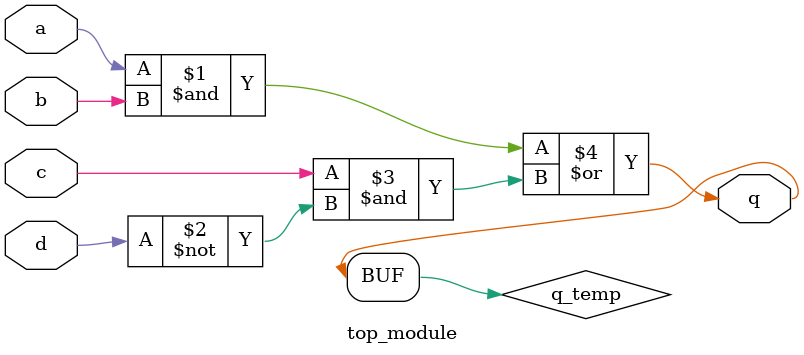
<source format=sv>
module top_module (
  input a,
  input b,
  input c,
  input d,
  output q
);
  
  wire q_temp;
  
  assign q_temp = (a & b) | (c & ~d);
  assign q = q_temp;
  
endmodule

</source>
